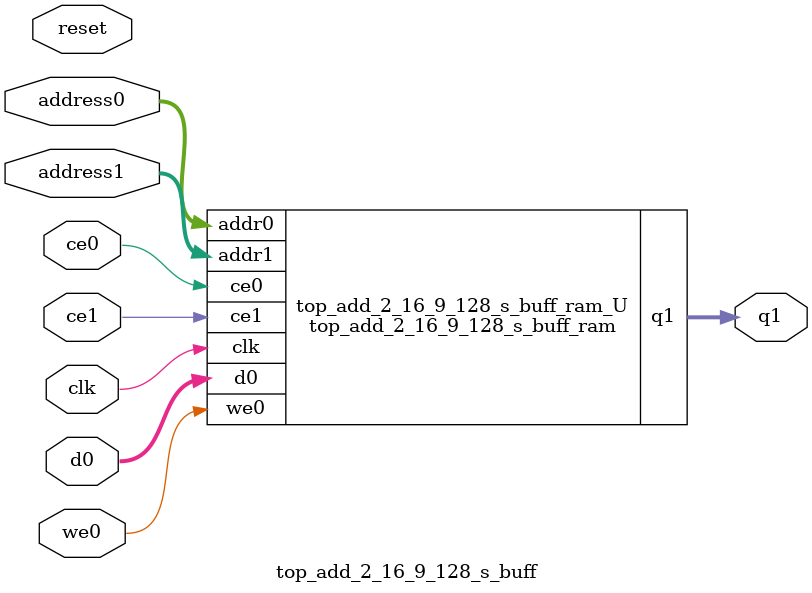
<source format=v>
`timescale 1 ns / 1 ps
module top_add_2_16_9_128_s_buff_ram (addr0, ce0, d0, we0, addr1, ce1, q1,  clk);

parameter DWIDTH = 32;
parameter AWIDTH = 7;
parameter MEM_SIZE = 128;

input[AWIDTH-1:0] addr0;
input ce0;
input[DWIDTH-1:0] d0;
input we0;
input[AWIDTH-1:0] addr1;
input ce1;
output reg[DWIDTH-1:0] q1;
input clk;

(* ram_style = "hls_ultra", cascade_height = 1 *)reg [DWIDTH-1:0] ram[0:MEM_SIZE-1];




always @(posedge clk)  
begin 
    if (ce0) begin
        if (we0) 
            ram[addr0] <= d0; 
    end
end


always @(posedge clk)  
begin 
    if (ce1) begin
        q1 <= ram[addr1];
    end
end


endmodule

`timescale 1 ns / 1 ps
module top_add_2_16_9_128_s_buff(
    reset,
    clk,
    address0,
    ce0,
    we0,
    d0,
    address1,
    ce1,
    q1);

parameter DataWidth = 32'd32;
parameter AddressRange = 32'd128;
parameter AddressWidth = 32'd7;
input reset;
input clk;
input[AddressWidth - 1:0] address0;
input ce0;
input we0;
input[DataWidth - 1:0] d0;
input[AddressWidth - 1:0] address1;
input ce1;
output[DataWidth - 1:0] q1;



top_add_2_16_9_128_s_buff_ram top_add_2_16_9_128_s_buff_ram_U(
    .clk( clk ),
    .addr0( address0 ),
    .ce0( ce0 ),
    .we0( we0 ),
    .d0( d0 ),
    .addr1( address1 ),
    .ce1( ce1 ),
    .q1( q1 ));

endmodule


</source>
